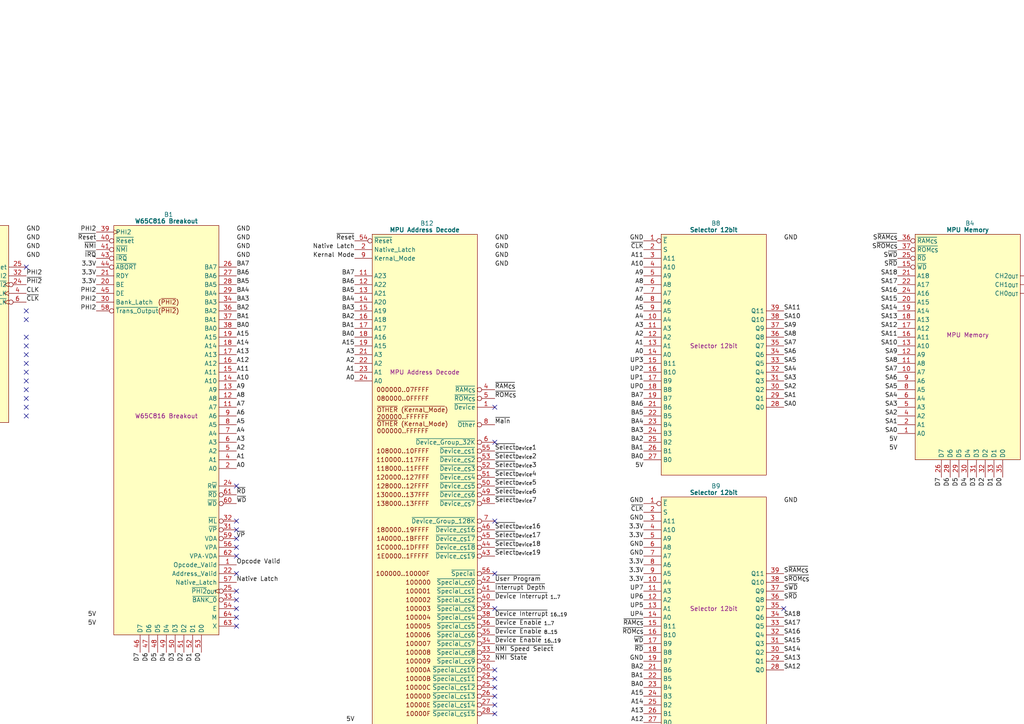
<source format=kicad_sch>
(kicad_sch (version 20230121) (generator eeschema)
  (paper "A4")
  (junction (at -118.11 194.31))
  (junction (at -85.09 224.79))
  (junction (at -114.3 224.79))
  (junction (at -85.09 194.31))
  (no_connect (at 662.94 87.63))
  (no_connect (at 369.57 153.67))
  (no_connect (at 68.58 166.37))
  (no_connect (at 68.58 153.67))
  (no_connect (at 444.5 115.57))
  (no_connect (at 369.57 140.97))
  (no_connect (at 143.51 176.53))
  (no_connect (at 68.58 179.07))
  (no_connect (at 227.33 176.53))
  (no_connect (at 662.94 82.55))
  (no_connect (at 68.58 176.53))
  (no_connect (at 369.57 138.43))
  (no_connect (at 662.94 92.71))
  (no_connect (at 194.31 302.26))
  (no_connect (at 68.58 171.45))
  (no_connect (at 7.62 92.71))
  (no_connect (at 7.62 77.47))
  (no_connect (at 444.5 107.95))
  (no_connect (at 194.31 287.02))
  (no_connect (at 143.51 194.31))
  (no_connect (at 369.57 156.21))
  (no_connect (at 143.51 166.37))
  (no_connect (at 7.62 110.49))
  (no_connect (at 369.57 135.89))
  (no_connect (at 444.5 113.03))
  (no_connect (at 444.5 102.87))
  (no_connect (at 444.5 110.49))
  (no_connect (at 143.51 207.01))
  (no_connect (at 7.62 113.03))
  (no_connect (at 444.5 105.41))
  (no_connect (at 143.51 151.13))
  (no_connect (at 153.67 269.24))
  (no_connect (at 7.62 97.79))
  (no_connect (at 143.51 201.93))
  (no_connect (at 68.58 151.13))
  (no_connect (at 7.62 100.33))
  (no_connect (at 7.62 90.17))
  (no_connect (at 369.57 148.59))
  (no_connect (at 68.58 181.61))
  (no_connect (at 7.62 120.65))
  (no_connect (at 7.62 115.57))
  (no_connect (at 7.62 105.41))
  (no_connect (at 369.57 151.13))
  (no_connect (at 369.57 158.75))
  (no_connect (at 194.31 309.88))
  (no_connect (at 311.15 318.77))
  (no_connect (at 444.5 100.33))
  (no_connect (at 369.57 143.51))
  (no_connect (at 143.51 196.85))
  (no_connect (at 143.51 204.47))
  (no_connect (at 143.51 128.27))
  (no_connect (at 7.62 118.11))
  (no_connect (at 7.62 107.95))
  (no_connect (at 68.58 161.29))
  (no_connect (at 369.57 146.05))
  (no_connect (at 444.5 97.79))
  (no_connect (at -88.9 229.87))
  (no_connect (at 143.51 199.39))
  (no_connect (at 68.58 140.97))
  (no_connect (at 194.31 314.96))
  (no_connect (at 662.94 95.25))
  (no_connect (at 68.58 173.99))
  (no_connect (at 68.58 158.75))
  (no_connect (at 194.31 317.5))
  (no_connect (at 194.31 299.72))
  (no_connect (at 7.62 102.87))
  (no_connect (at 143.51 118.11))
  (no_connect (at 662.94 90.17))
  (no_connect (at 68.58 156.21))
  (no_connect (at 194.31 307.34))
  (no_connect (at 369.57 128.27))
  (wire (pts (xy -88.9 224.79) (xy -85.09 224.79)))
  (wire (pts (xy -129.54 224.79) (xy -129.54 229.87)))
  (wire (pts (xy -118.11 207.01) (xy -118.11 201.93)))
  (wire (pts (xy -118.11 194.31) (xy -114.3 194.31)))
  (wire (pts (xy -85.09 194.31) (xy -78.74 194.31)))
  (wire (pts (xy -85.09 229.87) (xy -85.09 224.79)))
  (wire (pts (xy -85.09 194.31) (xy -88.9 194.31)))
  (wire (pts (xy -123.19 194.31) (xy -118.11 194.31)))
  (wire (pts (xy -85.09 201.93) (xy -85.09 207.01)))
  (wire (pts (xy -85.09 224.79) (xy -80.01 224.79)))
  (wire (pts (xy -129.54 229.87) (xy -128.27 229.87)))
  (wire (pts (xy -129.54 224.79) (xy -114.3 224.79)))
  (wire (pts (xy -114.3 224.79) (xy -114.3 227.33)))
  (label "H1" (at -170.18 284.48 0))
  (label "MA21" (at 353.06 275.59 180))
  (label "GND" (at -123.19 229.87 0))
  (label "BA1" (at 102.87 95.25 180))
  (label "A2" (at -228.6 148.59 0))
  (label "UP5" (at 186.69 176.53 180))
  (label "D2" (at 647.7 118.11 270))
  (label "A6" (at -171.45 138.43 0))
  (label "UP5" (at 369.57 85.09 0))
  (label "Native Latch" (at 68.58 168.91 0))
  (label "D4" (at 270.51 350.52 180))
  (label "A3" (at -113.03 146.05 0))
  (label "~{Reset}_{Device}17" (at -199.39 203.2 0))
  (label "GND" (at 300.99 69.85 0))
  (label "GND" (at 662.94 74.93 0))
  (label "BA6" (at 330.2 105.41 180))
  (label "D4" (at -199.39 220.98 0))
  (label "GND" (at 143.51 69.85 0))
  (label "~{WD}" (at -83.82 85.09 0))
  (label "BA7" (at 68.58 77.47 0))
  (label "A0" (at 102.87 110.49 180))
  (label "D4" (at -113.03 95.25 0))
  (label "D2" (at 285.75 138.43 270))
  (label "SA12" (at 260.35 95.25 180))
  (label "D4" (at 642.62 118.11 270))
  (label "D6" (at -199.39 90.17 0))
  (label "D0" (at 270.51 360.68 180))
  (label "D2" (at -83.82 100.33 0))
  (label "GND" (at -97.79 283.21 270))
  (label "D6" (at 501.65 151.13 270))
  (label "A1" (at -142.24 151.13 0))
  (label "A13" (at -113.03 118.11 0))
  (label "A9" (at -83.82 128.27 0))
  (label "D0" (at -199.39 231.14 0))
  (label "A5" (at -199.39 266.7 0))
  (label "H0" (at -256.54 289.56 0))
  (label "GND" (at 186.69 151.13 180))
  (label "MA12" (at 311.15 285.75 0))
  (label "5V" (at 260.35 130.81 180))
  (label "D1" (at -256.54 102.87 0))
  (label "Opcode Valid" (at 68.58 163.83 0))
  (label "GND" (at 444.5 74.93 0))
  (label "UP6" (at 369.57 82.55 0))
  (label "A14" (at 186.69 204.47 180))
  (label "UP4" (at 186.69 179.07 180))
  (label "GND" (at 143.51 72.39 0))
  (label "GND" (at 227.33 146.05 0))
  (label "GND" (at -111.76 283.21 270))
  (label "~{Reset}_{Device}19" (at -256.54 203.2 0))
  (label "MA17" (at 353.06 285.75 180))
  (label "H1" (at -113.03 158.75 0))
  (label "~{NMI State}" (at 143.51 191.77 0))
  (label "A6" (at -256.54 264.16 0))
  (label "H0" (at -170.18 289.56 0))
  (label "SA13" (at 227.33 191.77 0))
  (label "A10" (at -199.39 125.73 0))
  (label "GND" (at -142.24 161.29 0))
  (label "D3" (at 50.8 189.23 270))
  (label "~{Device Interrupt}_{ 16..19}" (at 143.51 179.07 0))
  (label "~{Enable}_{Device}4" (at 486.41 123.19 180))
  (label "MA12" (at 353.06 300.99 180))
  (label "D1" (at -113.03 102.87 0))
  (label "GND" (at -113.03 82.55 0))
  (label "GND" (at 595.63 77.47 0))
  (label "~{Enable}_{Device}16" (at -170.18 294.64 0))
  (label "GND" (at 369.57 77.47 0))
  (label "GND" (at 595.63 74.93 0))
  (label "A5" (at -256.54 140.97 0))
  (label "~{Enable}_{Device}6" (at -228.6 168.91 0))
  (label "A10" (at 68.58 110.49 0))
  (label "A13" (at 186.69 207.01 180))
  (label "~{Select}_{Device}7" (at 143.51 146.05 0))
  (label "~{Interrupt}_{Device}6" (at -228.6 166.37 0))
  (label "A0" (at -199.39 279.4 0))
  (label "D1" (at 356.87 166.37 270))
  (label "MA3" (at 311.15 308.61 0))
  (label "GND" (at 369.57 72.39 0))
  (label "SA11" (at 260.35 97.79 180))
  (label "MD3" (at 311.15 353.06 0))
  (label "D6" (at 43.18 189.23 270))
  (label "~{WD}" (at -256.54 210.82 0))
  (label "A7" (at -199.39 133.35 0))
  (label "5V" (at 270.51 323.85 180))
  (label "~{Interrupt}_{Device}7" (at -256.54 166.37 0))
  (label "MA3" (at 353.06 326.39 180))
  (label "MA11" (at 311.15 288.29 0))
  (label "A1" (at -171.45 151.13 0))
  (label "D7" (at 40.64 189.23 270))
  (label "MA2" (at 353.06 328.93 180))
  (label "D5" (at 421.64 135.89 270))
  (label "~{WD}" (at 270.51 340.36 180))
  (label "A13" (at -171.45 118.11 0))
  (label "~{Select}_{Device}1" (at -83.82 74.93 0))
  (label "A8" (at -199.39 130.81 0))
  (label "D1" (at 650.24 118.11 270))
  (label "GND" (at 143.51 74.93 0))
  (label "A13" (at -83.82 118.11 0))
  (label "A16" (at -113.03 110.49 0))
  (label "A12" (at 270.51 285.75 180))
  (label "MA8" (at 311.15 295.91 0))
  (label "H2" (at -227.33 281.94 0))
  (label "SA18" (at 227.33 179.07 0))
  (label "GND" (at 68.58 72.39 0))
  (label "S~{RD}" (at 227.33 173.99 0))
  (label "H1" (at 300.99 82.55 0))
  (label "BA0" (at 186.69 133.35 180))
  (label "A8" (at -113.03 130.81 0))
  (label "MA20" (at 353.06 278.13 180))
  (label "~{Select}_{Device}5" (at 143.51 140.97 0))
  (label "D3" (at -170.18 223.52 0))
  (label "A0" (at 68.58 135.89 0))
  (label "GND" (at -227.33 208.28 0))
  (label "12V" (at -123.19 194.31 180))
  (label "~{Interrupt}_{Device}18" (at -227.33 292.1 0))
  (label "~{Reset}_{Device}4" (at 444.5 87.63 0))
  (label "~{Enable}_{Device}5" (at 486.41 125.73 180))
  (label "5V" (at 270.51 321.31 180))
  (label "~{RD}" (at 186.69 189.23 180))
  (label "A20" (at 369.57 110.49 0))
  (label "A1" (at -170.18 276.86 0))
  (label "5V" (at 102.87 212.09 180))
  (label "D5" (at -83.82 92.71 0))
  (label "A11" (at -113.03 123.19 0))
  (label "~{Device Enable}_{ 1..7}" (at 403.86 77.47 180))
  (label "~{Interrupt}_{Device}5" (at 486.41 95.25 180))
  (label "~{Interrupt}_{Device}16" (at -170.18 292.1 0))
  (label "A11" (at -199.39 123.19 0))
  (label "BA7" (at 330.2 102.87 180))
  (label "SA5" (at 227.33 105.41 0))
  (label "GND" (at -170.18 233.68 0))
  (label "D0" (at 516.89 151.13 270))
  (label "A5" (at -171.45 140.97 0))
  (label "H1" (at -227.33 284.48 0))
  (label "A10" (at -142.24 125.73 0))
  (label "SA4" (at 260.35 115.57 180))
  (label "GND" (at -118.11 207.01 270))
  (label "GND" (at -256.54 107.95 0))
  (label "MA17" (at 311.15 273.05 0))
  (label "A6" (at -228.6 138.43 0))
  (label "H1" (at -256.54 284.48 0))
  (label "~{NMI Speed Select}" (at 554.99 77.47 180))
  (label "D0" (at -83.82 105.41 0))
  (label "D4" (at -142.24 95.25 0))
  (label "A1" (at -256.54 151.13 0))
  (label "3.3V" (at 186.69 156.21 180))
  (label "GND" (at -97.79 248.92 270))
  (label "GND" (at -85.09 207.01 270))
  (label "~{Reset}" (at 403.86 69.85 180))
  (label "CLK" (at -83.82 171.45 0))
  (label "~{RD}" (at 486.41 69.85 180))
  (label "MA9" (at 353.06 308.61 180))
  (label "~{Interrupt}_{Device}1" (at 486.41 85.09 180))
  (label "A6" (at -142.24 138.43 0))
  (label "GND" (at -227.33 233.68 0))
  (label "GND" (at -171.45 161.29 0))
  (label "D6" (at 344.17 166.37 270))
  (label "A7" (at 270.51 298.45 180))
  (label "A15" (at 270.51 278.13 180))
  (label "GND" (at 369.57 69.85 0))
  (label "MD5" (at 353.06 341.63 180))
  (label "~{Reset}" (at 102.87 69.85 180))
  (label "A16" (at -170.18 236.22 0))
  (label "GND" (at -199.39 107.95 0))
  (label "~{RD}" (at 270.51 252.73 180))
  (label "D3" (at -199.39 223.52 0))
  (label "D4" (at -170.18 220.98 0))
  (label "H2" (at -199.39 156.21 0))
  (label "A14" (at -113.03 115.57 0))
  (label "A2" (at -142.24 148.59 0))
  (label "A4" (at -228.6 143.51 0))
  (label "UP2" (at 369.57 92.71 0))
  (label "D4" (at 48.26 189.23 270))
  (label "SA11" (at 227.33 90.17 0))
  (label "A13" (at -170.18 243.84 0))
  (label "D5" (at -199.39 218.44 0))
  (label "~{Reset}_{Device}3" (at 444.5 85.09 0))
  (label "D1" (at -199.39 228.6 0))
  (label "GND" (at 662.94 72.39 0))
  (label "GND" (at 68.58 67.31 0))
  (label "3.3V" (at 622.3 92.71 180))
  (label "CLK" (at -170.18 297.18 0))
  (label "A7" (at -256.54 259.08 0))
  (label "GND" (at -227.33 261.62 0))
  (label "A3" (at -83.82 146.05 0))
  (label "CLK" (at -113.03 171.45 0))
  (label "5V" (at -129.54 224.79 180))
  (label "~{Interrupt}_{Device}3" (at 486.41 90.17 180))
  (label "A20" (at 270.51 265.43 180))
  (label "~{CLK}" (at 7.62 87.63 0))
  (label "~{PHI2}" (at 328.93 77.47 180))
  (label "A1" (at 102.87 107.95 180))
  (label "GND" (at -256.54 233.68 0))
  (label "A17" (at 369.57 118.11 0))
  (label "BA2" (at 68.58 90.17 0))
  (label "~{VP}" (at 68.58 156.21 0))
  (label "D2" (at -113.03 100.33 0))
  (label "A2" (at -83.82 148.59 0))
  (label "H2" (at -228.6 156.21 0))
  (label "~{RD}" (at -199.39 80.01 0))
  (label "A5" (at -227.33 266.7 0))
  (label "A4" (at -256.54 143.51 0))
  (label "3.3V" (at 186.69 166.37 180))
  (label "A3" (at -170.18 271.78 0))
  (label "A16" (at 270.51 275.59 180))
  (label "H2" (at -171.45 156.21 0))
  (label "UP4" (at 369.57 87.63 0))
  (label "A15" (at -142.24 113.03 0))
  (label "GND" (at 444.5 77.47 0))
  (label "GND" (at -83.82 266.7 270))
  (label "PHI2" (at 27.94 67.31 180))
  (label "D5" (at 572.77 107.95 270))
  (label "~{Main Access Slot}" (at 270.51 332.74 180))
  (label "5V" (at 403.86 128.27 180))
  (label "~{Enable}_{Device}19" (at -256.54 294.64 0))
  (label "D7" (at 270.51 342.9 180))
  (label "GND" (at -199.39 261.62 0))
  (label "~{NMI Speed Select}" (at 143.51 189.23 0))
  (label "D5" (at -256.54 218.44 0))
  (label "GND" (at 311.15 245.11 0))
  (label "PHI2" (at 7.62 80.01 0))
  (label "A4" (at -170.18 269.24 0))
  (label "GND" (at -83.82 107.95 0))
  (label "A5" (at -199.39 140.97 0))
  (label "D6" (at -256.54 215.9 0))
  (label "H1" (at -199.39 158.75 0))
  (label "GND" (at -124.46 266.7 270))
  (label "GND" (at -83.82 283.21 270))
  (label "~{Interrupt}_{Device}6" (at 486.41 97.79 180))
  (label "GND" (at -256.54 135.89 0))
  (label "12V" (at -199.39 72.39 0))
  (label "D1" (at 582.93 107.95 270))
  (label "~{Enable}_{Device}17" (at 486.41 135.89 180))
  (label "GND" (at 595.63 72.39 0))
  (label "A6" (at -199.39 138.43 0))
  (label "GND" (at -111.76 248.92 270))
  (label "A8" (at -170.18 256.54 0))
  (label "MA9" (at 311.15 293.37 0))
  (label "GND" (at -69.85 283.21 270))
  (label "D1" (at 514.35 151.13 270))
  (label "D3" (at -256.54 223.52 0))
  (label "UP2" (at 186.69 107.95 180))
  (label "MA16" (at 311.15 275.59 0))
  (label "A7" (at -170.18 259.08 0))
  (label "SA13" (at 260.35 92.71 180))
  (label "A16" (at -83.82 110.49 0))
  (label "~{Main}" (at 270.51 335.28 180))
  (label "BA0" (at 102.87 97.79 180))
  (label "A18" (at 270.51 270.51 180))
  (label "GND" (at -69.85 300.99 270))
  (label "GND" (at -170.18 287.02 0))
  (label "D4" (at -256.54 220.98 0))
  (label "GND" (at -170.18 208.28 0))
  (label "MA20" (at 311.15 265.43 0))
  (label "~{RD}" (at -227.33 205.74 0))
  (label "SA8" (at 260.35 105.41 180))
  (label "5V" (at 554.99 97.79 180))
  (label "CLK" (at -171.45 171.45 0))
  (label "A2" (at -170.18 274.32 0))
  (label "A21" (at 270.51 262.89 180))
  (label "~{Interrupt}_{Device}2" (at 486.41 87.63 180))
  (label "UP0" (at 369.57 97.79 0))
  (label "A9" (at 270.51 293.37 180))
  (label "~{RD}" (at 68.58 143.51 0))
  (label "GND" (at -227.33 287.02 0))
  (label "GND" (at -97.79 266.7 270))
  (label "M~{Main}" (at 353.06 260.35 180))
  (label "A11" (at -228.6 123.19 0))
  (label "Native Latch" (at 328.93 74.93 180))
  (label "~{Reset}" (at 554.99 69.85 180))
  (label "A12" (at -256.54 120.65 0))
  (label "A2" (at -199.39 274.32 0))
  (label "A14" (at -228.6 115.57 0))
  (label "GND" (at 300.99 77.47 0))
  (label "SA0" (at 260.35 125.73 180))
  (label "5V" (at 153.67 353.06 180))
  (label "~{Interrupt}_{Device}7" (at 486.41 100.33 180))
  (label "CLK_{IN}" (at -33.02 69.85 180))
  (label "H0" (at -142.24 163.83 0))
  (label "~{RD}" (at -113.03 80.01 0))
  (label "GND" (at -83.82 248.92 270))
  (label "S~{ROM_{CS}}" (at 260.35 72.39 180))
  (label "D3" (at -227.33 223.52 0))
  (label "BA5" (at 186.69 120.65 180))
  (label "GND" (at 143.51 77.47 0))
  (label "GND" (at 527.05 74.93 0))
  (label "D3" (at 426.72 135.89 270))
  (label "12V" (at -199.39 198.12 0))
  (label "MA8" (at 353.06 311.15 180))
  (label "A6" (at -83.82 138.43 0))
  (label "~{Interrupt}_{Device}1" (at -83.82 166.37 0))
  (label "A12" (at -227.33 246.38 0))
  (label "A19" (at 369.57 113.03 0))
  (label "A3" (at -199.39 146.05 0))
  (label "D3" (at 509.27 151.13 270))
  (label "D0" (at 652.78 118.11 270))
  (label "MA2" (at 311.15 311.15 0))
  (label "A3" (at -256.54 271.78 0))
  (label "D3" (at 577.85 107.95 270))
  (label "~{User Program}" (at 143.51 168.91 0))
  (label "MA0" (at 353.06 334.01 180))
  (label "RTI" (at 622.3 85.09 180))
  (label "GND" (at -101.6 207.01 270))
  (label "GND" (at 194.31 271.78 0))
  (label "A16" (at -199.39 110.49 0))
  (label "D1" (at -256.54 228.6 0))
  (label "BA1" (at 186.69 130.81 180))
  (label "D5" (at 346.71 166.37 270))
  (label "A12" (at -83.82 120.65 0))
  (label "A8" (at -227.33 256.54 0))
  (label "M~{WD}" (at 353.06 265.43 180))
  (label "~{Select}_{Device}6" (at 143.51 143.51 0))
  (label "5V" (at 622.3 107.95 180))
  (label "~{Select}_{Device}2" (at -113.03 74.93 0))
  (label "GND" (at -199.39 135.89 0))
  (label "D5" (at -171.45 92.71 0))
  (label "~{Select}_{Device}3" (at -142.24 74.93 0))
  (label "SA14" (at 260.35 90.17 180))
  (label "A1" (at -113.03 151.13 0))
  (label "A4" (at -256.54 269.24 0))
  (label "D4" (at 575.31 107.95 270))
  (label "H1" (at -171.45 158.75 0))
  (label "A3" (at -171.45 146.05 0))
  (label "D5" (at 504.19 151.13 270))
  (label "GND" (at 194.31 276.86 0))
  (label "A12" (at -113.03 120.65 0))
  (label "12V" (at -171.45 72.39 0))
  (label "~{Select}_{Device}6" (at -228.6 74.93 0))
  (label "GND" (at 186.69 69.85 180))
  (label "GND" (at 7.62 72.39 0))
  (label "A19" (at 270.51 267.97 180))
  (label "D4" (at 349.25 166.37 270))
  (label "A6" (at -227.33 264.16 0))
  (label "5V" (at 270.51 370.84 180))
  (label "MD5" (at 311.15 347.98 0))
  (label "GND" (at 622.3 105.41 180))
  (label "3.3V" (at -80.01 224.79 0))
  (label "BA4" (at 68.58 85.09 0))
  (label "GND" (at 353.06 267.97 180))
  (label "~{RD}" (at -256.54 80.01 0))
  (label "GND" (at 7.62 67.31 0))
  (label "~{RAM_{CS}}" (at 186.69 181.61 180))
  (label "GND" (at -256.54 161.29 0))
  (label "MA22" (at 353.06 273.05 180))
  (label "~{Reset}_{Device}4" (at -171.45 77.47 0))
  (label "A8" (at -171.45 130.81 0))
  (label "3.3V" (at 27.94 80.01 180))
  (label "~{WD}" (at -142.24 85.09 0))
  (label "5V" (at 328.93 156.21 180))
  (label "A9" (at -227.33 254 0))
  (label "H0" (at -256.54 163.83 0))
  (label "A1" (at -83.82 151.13 0))
  (label "H2" (at -199.39 281.94 0))
  (label "~{Select}_{Device}17" (at -199.39 200.66 0))
  (label "A10" (at -199.39 251.46 0))
  (label "GND" (at 186.69 161.29 180))
  (label "3.3V" (at 622.3 95.25 180))
  (label "PHI2" (at 27.94 90.17 180))
  (label "A11" (at -256.54 123.19 0))
  (label "GND" (at 311.15 337.82 0))
  (label "A12" (at -142.24 120.65 0))
  (label "A4" (at -199.39 143.51 0))
  (label "~{WD}" (at -227.33 210.82 0))
  (label "MA16" (at 353.06 288.29 180))
  (label "D0" (at -113.03 105.41 0))
  (label "BA7" (at 186.69 115.57 180))
  (label "A0" (at -142.24 153.67 0))
  (label "~{Enable}_{Device}3" (at -142.24 168.91 0))
  (label "D1" (at 55.88 189.23 270))
  (label "3.3V" (at 186.69 153.67 180))
  (label "~{Interrupt}_{Device}5" (at -199.39 166.37 0))
  (label "D3" (at 351.79 166.37 270))
  (label "12V" (at -228.6 72.39 0))
  (label "D7" (at -256.54 213.36 0))
  (label "A2" (at 102.87 105.41 180))
  (label "~{Select}_{Device}4" (at -171.45 74.93 0))
  (label "GND" (at -170.18 261.62 0))
  (label "5V" (at 328.93 158.75 180))
  (label "SA1" (at 227.33 115.57 0))
  (label "UP1" (at 186.69 110.49 180))
  (label "A14" (at -142.24 115.57 0))
  (label "A2" (at -199.39 148.59 0))
  (label "H0" (at -113.03 163.83 0))
  (label "GND" (at 68.58 74.93 0))
  (label "MD0" (at 311.15 360.68 0))
  (label "MA23" (at 311.15 257.81 0))
  (label "BA5" (at 68.58 82.55 0))
  (label "GND" (at -142.24 107.95 0))
  (label "BA4" (at 102.87 87.63 180))
  (label "BA2" (at 186.69 128.27 180))
  (label "D7" (at -171.45 87.63 0))
  (label "~{Enable}_{Device}4" (at -171.45 168.91 0))
  (label "A0" (at 186.69 102.87 180))
  (label "D4" (at -227.33 220.98 0))
  (label "~{Device Interrupt}_{ 1..7}" (at 143.51 173.99 0))
  (label "S~{RAM_{CS}}" (at 227.33 166.37 0))
  (label "~{WD}" (at -199.39 85.09 0))
  (label "A4" (at 186.69 92.71 180))
  (label "GND" (at -256.54 261.62 0))
  (label "A15" (at 102.87 100.33 180))
  (label "~{Select}_{Device}17" (at 143.51 156.21 0))
  (label "D5" (at -256.54 92.71 0))
  (label "A2" (at 68.58 130.81 0))
  (label "GND" (at -199.39 82.55 0))
  (label "12V" (at 353.06 257.81 180))
  (label "MA15" (at 311.15 278.13 0))
  (label "GND" (at -113.03 135.89 0))
  (label "H2" (at -256.54 281.94 0))
  (label "~{Select}_{Device}7" (at -256.54 74.93 0))
  (label "GND" (at -97.79 300.99 270))
  (label "A10" (at 270.51 290.83 180))
  (label "GND" (at -113.03 107.95 0))
  (label "A0" (at -83.82 153.67 0))
  (label "CLK" (at -256.54 297.18 0))
  (label "~{WD}" (at 186.69 186.69 180))
  (label "A4" (at -227.33 269.24 0))
  (label "~{Reset}_{Device}6" (at 444.5 92.71 0))
  (label "GND" (at 300.99 72.39 0))
  (label "GND" (at -124.46 300.99 270))
  (label "D4" (at 280.67 138.43 270))
  (label "D1" (at -171.45 102.87 0))
  (label "A13" (at -227.33 243.84 0))
  (label "~{RD}" (at 270.51 337.82 180))
  (label "H2" (at -170.18 281.94 0))
  (label "H0" (at -199.39 289.56 0))
  (label "GND" (at -171.45 135.89 0))
  (label "A8" (at -228.6 130.81 0))
  (label "A12" (at 186.69 209.55 180))
  (label "S~{RAM_{CS}}" (at 260.35 69.85 180))
  (label "A4" (at -113.03 143.51 0))
  (label "S~{ROM_{CS}}" (at 227.33 168.91 0))
  (label "H1" (at -199.39 284.48 0))
  (label "GND" (at -228.6 161.29 0))
  (label "A12" (at -228.6 120.65 0))
  (label "A10" (at -256.54 125.73 0))
  (label "SA7" (at 227.33 100.33 0))
  (label "MA11" (at 353.06 303.53 180))
  (label "H2" (at -142.24 156.21 0))
  (label "A11" (at -142.24 123.19 0))
  (label "GND" (at -171.45 82.55 0))
  (label "A3" (at -228.6 146.05 0))
  (label "CLK" (at -227.33 297.18 0))
  (label "~{Select}_{Device}16" (at -170.18 200.66 0))
  (label "~{RD}" (at -199.39 205.74 0))
  (label "3.3V" (at -33.02 72.39 180))
  (label "A12" (at -256.54 246.38 0))
  (label "A1" (at -228.6 151.13 0))
  (label "D0" (at 290.83 138.43 270))
  (label "GND" (at -33.02 80.01 180))
  (label "~{Main Access Slot}" (at 270.51 240.03 180))
  (label "~{Reset}_{Device}5" (at 444.5 90.17 0))
  (label "~{Main}" (at 270.51 250.19 180))
  (label "H1" (at -142.24 158.75 0))
  (label "D2" (at -199.39 226.06 0))
  (label "A6" (at 270.51 300.99 180))
  (label "D3" (at 645.16 118.11 270))
  (label "~{Reset}_{Device}17" (at 444.5 120.65 0))
  (label "D5" (at 270.51 347.98 180))
  (label "GND" (at 353.06 346.71 180))
  (label "A10" (at -170.18 251.46 0))
  (label "A2" (at -113.03 148.59 0))
  (label "D5" (at -113.03 92.71 0))
  (label "D3" (at -228.6 97.79 0))
  (label "D0" (at -171.45 105.41 0))
  (label "GND" (at -199.39 161.29 0))
  (label "GND" (at 622.3 102.87 180))
  (label "A13" (at -256.54 243.84 0))
  (label "~{CLK}" (at 186.69 148.59 180))
  (label "MA10" (at 353.06 306.07 180))
  (label "A14" (at -83.82 115.57 0))
  (label "A7" (at -171.45 133.35 0))
  (label "GND" (at -228.6 82.55 0))
  (label "H2" (at -256.54 156.21 0))
  (label "GND" (at 353.06 321.31 180))
  (label "A0" (at -171.45 153.67 0))
  (label "~{RD}" (at 622.3 72.39 180))
  (label "UP0" (at 186.69 113.03 180))
  (label "GND" (at 311.15 240.03 0))
  (label "~{Interrupt}_{Device}3" (at -142.24 166.37 0))
  (label "~{Reset}_{Device}1" (at 444.5 80.01 0))
  (label "A4" (at -199.39 269.24 0))
  (label "MD7" (at 311.15 342.9 0))
  (label "A16" (at -228.6 110.49 0))
  (label "A3" (at -227.33 271.78 0))
  (label "A14" (at -256.54 115.57 0))
  (label "MA5" (at 311.15 303.53 0))
  (label "D5" (at -170.18 218.44 0))
  (label "CLK" (at -142.24 171.45 0))
  (label "GND" (at 527.05 69.85 0))
  (label "GND" (at -113.03 161.29 0))
  (label "A9" (at 68.58 113.03 0))
  (label "SA2" (at 227.33 113.03 0))
  (label "~{Interrupt}_{Device}19" (at 486.41 110.49 180))
  (label "GND" (at -83.82 161.29 0))
  (label "D1" (at -170.18 228.6 0))
  (label "A9" (at -228.6 128.27 0))
  (label "MD3" (at 353.06 349.25 180))
  (label "~{WD}" (at 68.58 146.05 0))
  (label "~{WD}" (at -171.45 85.09 0))
  (label "A14" (at -171.45 115.57 0))
  (label "D7" (at -199.39 213.36 0))
  (label "BA1" (at 186.69 196.85 180))
  (label "~{Enable}_{Device}3" (at 486.41 120.65 180))
  (label "A12" (at -199.39 120.65 0))
  (label "MA18" (at 353.06 283.21 180))
  (label "A11" (at -83.82 123.19 0))
  (label "~{Interrupt}_{Device}17" (at 486.41 105.41 180))
  (label "A10" (at -113.03 125.73 0))
  (label "Enter Interrupt" (at 369.57 130.81 0))
  (label "GND" (at -142.24 82.55 0))
  (label "A5" (at -170.18 266.7 0))
  (label "GND" (at -228.6 107.95 0))
  (label "D7" (at 567.69 107.95 270))
  (label "~{WD}" (at 270.51 255.27 180))
  (label "D4" (at 424.18 135.89 270))
  (label "D2" (at 354.33 166.37 270))
  (label "D7" (at -83.82 87.63 0))
  (label "5V" (at -33.02 118.11 180))
  (label "D6" (at 275.59 138.43 270))
  (label "~{RAM_{CS}}" (at 143.51 113.03 0))
  (label "~{RD}" (at -83.82 80.01 0))
  (label "A9" (at -142.24 128.27 0))
  (label "MD1" (at 353.06 354.33 180))
  (label "MD4" (at 353.06 344.17 180))
  (label "H1" (at -228.6 158.75 0))
  (label "A6" (at -170.18 264.16 0))
  (label "A7" (at -142.24 133.35 0))
  (label "D5" (at -199.39 92.71 0))
  (label "SA15" (at 227.33 186.69 0))
  (label "GND" (at 311.15 332.74 0))
  (label "A7" (at -228.6 133.35 0))
  (label "5V" (at 27.94 179.07 180))
  (label "D2" (at -171.45 100.33 0))
  (label "A15" (at 68.58 97.79 0))
  (label "H0" (at -227.33 289.56 0))
  (label "D2" (at -256.54 100.33 0))
  (label "SA15" (at 260.35 87.63 180))
  (label "D3" (at -199.39 97.79 0))
  (label "~{Select}_{Device}18" (at 143.51 158.75 0))
  (label "SA1" (at 260.35 123.19 180))
  (label "SA3" (at 227.33 110.49 0))
  (label "A1" (at -199.39 151.13 0))
  (label "~{Reset}_{Device}19" (at 444.5 125.73 0))
  (label "SA10" (at 227.33 92.71 0))
  (label "D3" (at 270.51 353.06 180))
  (label "A6" (at -113.03 138.43 0))
  (label "GND" (at 527.05 72.39 0))
  (label "A2" (at 186.69 97.79 180))
  (label "H1" (at -256.54 158.75 0))
  (label "GND" (at 311.15 335.28 0))
  (label "A7" (at -227.33 259.08 0))
  (label "~{Device Enable}_{ 16..19}" (at 143.51 186.69 0))
  (label "A12" (at -171.45 120.65 0))
  (label "~{RD}" (at 554.99 72.39 180))
  (label "A14" (at 68.58 100.33 0))
  (label "SA9" (at 227.33 95.25 0))
  (label "D3" (at 283.21 138.43 270))
  (label "~{CLK}" (at 186.69 72.39 180))
  (label "A15" (at -256.54 238.76 0))
  (label "A15" (at -171.45 113.03 0))
  (label "A3" (at 270.51 308.61 180))
  (label "~{WD}" (at -199.39 210.82 0))
  (label "A15" (at -199.39 238.76 0))
  (label "GND" (at -83.82 82.55 0))
  (label "~{Reset}" (at 27.94 69.85 180))
  (label "~{Interrupt}_{Device}19" (at -256.54 292.1 0))
  (label "GND" (at 194.31 269.24 0))
  (label "UP6" (at 186.69 173.99 180))
  (label "12V" (at -113.03 72.39 0))
  (label "A4" (at -171.45 143.51 0))
  (label "12V" (at -142.24 72.39 0))
  (label "~{Device Enable}_{ 16..19}" (at 403.86 82.55 180))
  (label "A6" (at 68.58 120.65 0))
  (label "GND" (at 7.62 69.85 0))
  (label "~{PHI2}" (at 7.62 82.55 0))
  (label "MD6" (at 353.06 339.09 180))
  (label "A14" (at -170.18 241.3 0))
  (label "D2" (at -228.6 100.33 0))
  (label "CLK" (at -228.6 171.45 0))
  (label "D0" (at -256.54 105.41 0))
  (label "A13" (at 68.58 102.87 0))
  (label "SA9" (at 260.35 102.87 180))
  (label "~{Reset}_{Device}7" (at -256.54 77.47 0))
  (label "MD4" (at 311.15 350.52 0))
  (label "~{WD}" (at -170.18 210.82 0))
  (label "3.3V" (at 27.94 82.55 180))
  (label "CLK_{IN}" (at 194.31 292.1 0))
  (label "A9" (at -170.18 254 0))
  (label "~{Reset}" (at 622.3 69.85 180))
  (label "SA8" (at 227.33 97.79 0))
  (label "~{IRQ}" (at 527.05 80.01 0))
  (label "BA1" (at 68.58 92.71 0))
  (label "~{Reset}_{Device}7" (at 444.5 95.25 0))
  (label "GND" (at 311.15 247.65 0))
  (label "UP7" (at 186.69 171.45 180))
  (label "~{Enable}_{Device}1" (at 486.41 115.57 180))
  (label "A10" (at -83.82 125.73 0))
  (label "S~{WD}" (at 260.35 74.93 180))
  (label "GND" (at 369.57 74.93 0))
  (label "GND" (at -228.6 135.89 0))
  (label "~{Enable}_{Device}2" (at -113.03 168.91 0))
  (label "~{Reset}_{Device}3" (at -142.24 77.47 0))
  (label "Native Latch" (at 102.87 72.39 180))
  (label "D4" (at -83.82 95.25 0))
  (label "A14" (at 270.51 280.67 180))
  (label "~{Interrupt}_{Device}2" (at -113.03 166.37 0))
  (label "GND" (at 662.94 77.47 0))
  (label "A23" (at 369.57 102.87 0))
  (label "~{WD}" (at 328.93 85.09 180))
  (label "CLK" (at 7.62 85.09 0))
  (label "~{Select}_{Device}16" (at 143.51 153.67 0))
  (label "~{Interrupt}_{Device}4" (at 486.41 92.71 180))
  (label "A5" (at 186.69 90.17 180))
  (label "UP7" (at 369.57 80.01 0))
  (label "A6" (at -256.54 138.43 0))
  (label "~{Device Interrupt}_{ 16..19}" (at 486.41 74.93 180))
  (label "~{Select}_{Device}5" (at -199.39 74.93 0))
  (label "A9" (at 186.69 80.01 180))
  (label "A15" (at -83.82 113.03 0))
  (label "A5" (at -142.24 140.97 0))
  (label "~{Timer}" (at 595.63 80.01 0))
  (label "BA5" (at 330.2 107.95 180))
  (label "A3" (at -199.39 271.78 0))
  (label "D3" (at -83.82 97.79 0))
  (label "A7" (at 68.58 118.11 0))
  (label "A23" (at 270.51 257.81 180))
  (label "3.3V" (at 622.3 97.79 180))
  (label "~{Enable}_{Device}1" (at -83.82 168.91 0))
  (label "GND" (at -124.46 283.21 270))
  (label "A11" (at -171.45 123.19 0))
  (label "MA6" (at 353.06 316.23 180))
  (label "D1" (at -142.24 102.87 0))
  (label "UP3" (at 369.57 90.17 0))
  (label "~{Reset}" (at 194.31 284.48 0))
  (label "A0" (at -227.33 279.4 0))
  (label "5V" (at 27.94 181.61 180))
  (label "GND" (at 68.58 69.85 0))
  (label "A3" (at -142.24 146.05 0))
  (label "GND" (at -256.54 287.02 0))
  (label "A10" (at -228.6 125.73 0))
  (label "A8" (at -83.82 130.81 0))
  (label "5V" (at 260.35 128.27 180))
  (label "D6" (at -113.03 90.17 0))
  (label "MD1" (at 311.15 358.14 0))
  (label "A1" (at -227.33 276.86 0))
  (label "~{Main}" (at 143.51 123.19 0))
  (label "A16" (at -171.45 110.49 0))
  (label "D2" (at -170.18 226.06 0))
  (label "~{IRQ}" (at 27.94 74.93 180))
  (label "D3" (at -142.24 97.79 0))
  (label "5V" (at 186.69 135.89 180))
  (label "A7" (at -256.54 133.35 0))
  (label "~{Device Enable}_{ 8..15}" (at 143.51 184.15 0))
  (label "A1" (at -256.54 276.86 0))
  (label "D2" (at 580.39 107.95 270))
  (label "CLK" (at -199.39 171.45 0))
  (label "D7" (at 341.63 166.37 270))
  (label "~{Timer}" (at 622.3 90.17 180))
  (label "D6" (at -170.18 215.9 0))
  (label "5V" (at 186.69 212.09 180))
  (label "A11" (at -256.54 248.92 0))
  (label "~{ROM_{CS}}" (at 186.69 184.15 180))
  (label "D6" (at -199.39 215.9 0))
  (label "GND" (at -142.24 135.89 0))
  (label "A21" (at 369.57 107.95 0))
  (label "D6" (at -256.54 90.17 0))
  (label "5V" (at 554.99 100.33 180))
  (label "BA4" (at 186.69 123.19 180))
  (label "~{Select}_{Device}19" (at 143.51 161.29 0))
  (label "5V" (at 403.86 125.73 180))
  (label "MA4" (at 353.06 323.85 180))
  (label "D0" (at 434.34 135.89 270))
  (label "A10" (at -256.54 251.46 0))
  (label "A16" (at 369.57 120.65 0))
  (label "BA3" (at 102.87 90.17 180))
  (label "UP1" (at 369.57 95.25 0))
  (label "D5" (at 640.08 118.11 270))
  (label "D0" (at -228.6 105.41 0))
  (label "A9" (at -199.39 254 0))
  (label "A16" (at -256.54 110.49 0))
  (label "CLK" (at 403.86 74.93 180))
  (label "~{VP}" (at 328.93 69.85 180))
  (label "A5" (at -256.54 266.7 0))
  (label "12V" (at -227.33 198.12 0))
  (label "A15" (at 186.69 201.93 180))
  (label "CLK" (at -199.39 297.18 0))
  (label "D6" (at 270.51 345.44 180))
  (label "A11" (at 270.51 288.29 180))
  (label "MD6" (at 311.15 345.44 0))
  (label "S~{RD}" (at 260.35 77.47 180))
  (label "~{Enable}_{Device}2" (at 486.41 118.11 180))
  (label "5V" (at 270.51 368.3 180))
  (label "GND" (at -69.85 266.7 270))
  (label "SA16" (at 227.33 184.15 0))
  (label "MA1" (at 311.15 313.69 0))
  (label "A8" (at 270.51 295.91 180))
  (label "D5" (at 278.13 138.43 270))
  (label "A15" (at -170.18 238.76 0))
  (label "GND" (at 186.69 191.77 180))
  (label "D7" (at -170.18 213.36 0))
  (label "5V" (at -78.74 194.31 0))
  (label "A12" (at 68.58 105.41 0))
  (label "BA2" (at 186.69 194.31 180))
  (label "MA18" (at 311.15 270.51 0))
  (label "MD2" (at 311.15 355.6 0))
  (label "~{Interrupt}_{Device}18" (at 486.41 107.95 180))
  (label "D7" (at -256.54 87.63 0))
  (label "MA5" (at 353.06 318.77 180))
  (label "GND" (at -199.39 233.68 0))
  (label "GND" (at -138.43 266.7 270))
  (label "~{Enable}_{Device}6" (at 486.41 128.27 180))
  (label "D4" (at -199.39 95.25 0))
  (label "~{Interrupt}_{Device}4" (at -171.45 166.37 0))
  (label "MA23" (at 353.06 270.51 180))
  (label "A7" (at -83.82 133.35 0))
  (label "A9" (at -256.54 254 0))
  (label "D1" (at 288.29 138.43 270))
  (label "D6" (at -228.6 90.17 0))
  (label "M~{WD}" (at 311.15 255.27 0))
  (label "GND" (at 662.94 69.85 0))
  (label "~{Device Enable}_{ 16..19}" (at 486.41 80.01 180))
  (label "D7" (at -142.24 87.63 0))
  (label "A0" (at -199.39 153.67 0))
  (label "D7" (at -228.6 87.63 0))
  (label "~{Enable}_{Device}7" (at -256.54 168.91 0))
  (label "A8" (at -142.24 130.81 0))
  (label "MA7" (at 311.15 298.45 0))
  (label "A16" (at -142.24 110.49 0))
  (label "D4" (at -228.6 95.25 0))
  (label "D2" (at 429.26 135.89 270))
  (label "D3" (at -171.45 97.79 0))
  (label "D7" (at -227.33 213.36 0))
  (label "GND" (at -69.85 248.92 270))
  (label "D5" (at -142.24 92.71 0))
  (label "~{Interrupt}_{Device}16" (at 486.41 102.87 180))
  (label "A7" (at -199.39 259.08 0))
  (label "SA17" (at 260.35 82.55 180))
  (label "A10" (at -227.33 251.46 0))
  (label "D5" (at -228.6 92.71 0))
  (label "D2" (at -227.33 226.06 0))
  (label "~{Reset}_{Device}2" (at 444.5 82.55 0))
  (label "SA3" (at 260.35 118.11 180))
  (label "MD0" (at 353.06 356.87 180))
  (label "D0" (at -199.39 105.41 0))
  (label "12V" (at -256.54 72.39 0))
  (label "~{Device Interrupt}_{ 1..7}" (at 486.41 72.39 180))
  (label "MA14" (at 353.06 295.91 180))
  (label "~{RD}" (at -170.18 205.74 0))
  (label "BA5" (at 102.87 85.09 180))
  (label "D7" (at 416.56 135.89 270))
  (label "~{WD}" (at -113.03 85.09 0))
  (label "GND" (at -256.54 208.28 0))
  (label "A4" (at -142.24 143.51 0))
  (label "GND" (at 194.31 274.32 0))
  (label "MA13" (at 353.06 298.45 180))
  (label "MA7" (at 353.06 313.69 180))
  (label "A8" (at 68.58 115.57 0))
  (label "BA7" (at 102.87 80.01 180))
  (label "A3" (at 102.87 102.87 180))
  (label "BA6" (at 102.87 82.55 180))
  (label "~{RD}" (at -142.24 80.01 0))
  (label "~{Reset}_{Device}18" (at -227.33 203.2 0))
  (label "SA5" (at 260.35 113.03 180))
  (label "GND" (at 353.06 293.37 180))
  (label "MA19" (at 353.06 280.67 180))
  (label "D2" (at -256.54 226.06 0))
  (label "GND" (at 270.51 318.77 180))
  (label "SA16" (at 260.35 85.09 180))
  (label "A14" (at -199.39 115.57 0))
  (label "D0" (at -256.54 231.14 0))
  (label "~{Reset}_{Device}16" (at 444.5 118.11 0))
  (label "MA14" (at 311.15 280.67 0))
  (label "GND" (at -199.39 208.28 0))
  (label "A2" (at -227.33 274.32 0))
  (label "A13" (at -142.24 118.11 0))
  (label "D0" (at -227.33 231.14 0))
  (label "H1" (at -33.02 85.09 180))
  (label "D2" (at -142.24 100.33 0))
  (label "~{Interrupt Depth}" (at 328.93 92.71 180))
  (label "A17" (at 270.51 273.05 180))
  (label "~{RD}" (at -171.45 80.01 0))
  (label "12V" (at -170.18 198.12 0))
  (label "~{Select}_{Device}4" (at 143.51 138.43 0))
  (label "D1" (at -83.82 102.87 0))
  (label "~{WD}" (at 403.86 72.39 180))
  (label "A11" (at -199.39 248.92 0))
  (label "MA22" (at 311.15 260.35 0))
  (label "SA14" (at 227.33 189.23 0))
  (label "~{ROM_{CS}}" (at 143.51 115.57 0))
  (label "A7" (at 186.69 85.09 180))
  (label "A8" (at -256.54 256.54 0))
  (label "D3" (at -113.03 97.79 0))
  (label "A0" (at -256.54 153.67 0))
  (label "A3" (at 68.58 128.27 0))
  (label "12V" (at -256.54 198.12 0))
  (label "A2" (at -256.54 148.59 0))
  (label "GND" (at -83.82 135.89 0))
  (label "D4" (at -256.54 95.25 0))
  (label "M~{RD}" (at 311.15 252.73 0))
  (label "GND" (at 311.15 242.57 0))
  (label "PHI2" (at 27.94 87.63 180))
  (label "D7" (at -113.03 87.63 0))
  (label "D7" (at 635 118.11 270))
  (label "~{NMI}" (at 27.94 72.39 180))
  (label "~{Device Enable}_{ 1..7}" (at 486.41 77.47 180))
  (label "A5" (at -83.82 140.97 0))
  (label "MA6" (at 311.15 300.99 0))
  (label "D7" (at 273.05 138.43 270))
  (label "H0" (at -33.02 87.63 180))
  (label "BA3" (at 330.2 113.03 180))
  (label "D2" (at 511.81 151.13 270))
  (label "~{Select}_{Device}19" (at -256.54 200.66 0))
  (label "D5" (at 45.72 189.23 270))
  (label "~{WD}" (at 622.3 74.93 180))
  (label "D6" (at -227.33 215.9 0))
  (label "MA19" (at 311.15 267.97 0))
  (label "BA1" (at 330.2 118.11 180))
  (label "A14" (at -199.39 241.3 0))
  (label "A0" (at -113.03 153.67 0))
  (label "A1" (at 186.69 100.33 180))
  (label "RTI" (at 369.57 133.35 0))
  (label "~{Device Enable}_{ 8..15}" (at 403.86 80.01 180))
  (label "A0" (at -228.6 153.67 0))
  (label "A11" (at 186.69 74.93 180))
  (label "A15" (at -256.54 113.03 0))
  (label "GND" (at 186.69 146.05 180))
  (label "A15" (at -227.33 238.76 0))
  (label "D1" (at 431.8 135.89 270))
  (label "A5" (at -113.03 140.97 0))
  (label "A3" (at -256.54 146.05 0))
  (label "A14" (at -256.54 241.3 0))
  (label "SA4" (at 227.33 107.95 0))
  (label "A15" (at -199.39 113.03 0))
  (label "~{Device Enable}_{ 1..7}" (at 143.51 181.61 0))
  (label "D4" (at -171.45 95.25 0))
  (label "H0" (at -83.82 163.83 0))
  (label "D6" (at 570.23 107.95 270))
  (label "PHI2" (at 27.94 85.09 180))
  (label "BA6" (at 68.58 80.01 0))
  (label "A15" (at -113.03 113.03 0))
  (label "D1" (at -228.6 102.87 0))
  (label "GND" (at -256.54 82.55 0))
  (label "GND" (at -111.76 266.7 270))
  (label "BA0" (at 68.58 95.25 0))
  (label "CLK" (at -256.54 171.45 0))
  (label "D1" (at 270.51 358.14 180))
  (label "H1" (at -83.82 158.75 0))
  (label "~{RD}" (at -228.6 80.01 0))
  (label "D2" (at -199.39 100.33 0))
  (label "A5" (at -228.6 140.97 0))
  (label "D6" (at -171.45 90.17 0))
  (label "H2" (at -33.02 82.55 180))
  (label "~{Interrupt Depth}" (at 143.51 171.45 0))
  (label "5V" (at 486.41 143.51 180))
  (label "D1" (at -199.39 102.87 0))
  (label "D2" (at 53.34 189.23 270))
  (label "A13" (at -199.39 243.84 0))
  (label "D6" (at -83.82 90.17 0))
  (label "D0" (at -142.24 105.41 0))
  (label "BA4" (at 330.2 110.49 180))
  (label "A18" (at 369.57 115.57 0))
  (label "D0" (at 58.42 189.23 270))
  (label "A0" (at -170.18 279.4 0))
  (label "A9" (at -171.45 128.27 0))
  (label "~{Reset}_{Device}16" (at -170.18 203.2 0))
  (label "A1" (at 270.51 313.69 180))
  (label "MA10" (at 311.15 290.83 0))
  (label "GND" (at -138.43 283.21 270))
  (label "~{User Program}" (at 328.93 90.17 180))
  (label "A6" (at 186.69 87.63 180))
  (label "BA3" (at 186.69 125.73 180))
  (label "12V" (at -83.82 72.39 0))
  (label "5V" (at -33.02 120.65 180))
  (label "GND" (at 595.63 69.85 0))
  (label "D0" (at -170.18 231.14 0))
  (label "GND" (at 227.33 69.85 0))
  (label "A12" (at -170.18 246.38 0))
  (label "GND" (at -111.76 300.99 270))
  (label "H2" (at -83.82 156.21 0))
  (label "~{Enable}_{Device}17" (at -199.39 294.64 0))
  (label "GND" (at -114.3 229.87 180))
  (label "A16" (at -256.54 236.22 0))
  (label "~{Enable}_{Device}19" (at 486.41 140.97 180))
  (label "MA21" (at 311.15 262.89 0))
  (label "D1" (at -227.33 228.6 0))
  (label "H2" (at 300.99 80.01 0))
  (label "GND" (at 300.99 74.93 0))
  (label "3.3V" (at 27.94 77.47 180))
  (label "H0" (at -199.39 163.83 0))
  (label "S~{WD}" (at 227.33 171.45 0))
  (label "Kernal Mode" (at 102.87 74.93 180))
  (label "A16" (at -227.33 236.22 0))
  (label "D2" (at 270.51 355.6 180))
  (label "A2" (at -256.54 274.32 0))
  (label "A2" (at 270.51 311.15 180))
  (label "D7" (at -199.39 87.63 0))
  (label "Enter Interrupt" (at 622.3 82.55 180))
  (label "A7" (at -113.03 133.35 0))
  (label "~{Enable}_{Device}18" (at 486.41 138.43 180))
  (label "GND" (at 186.69 158.75 180))
  (label "GND" (at -199.39 287.02 0))
  (label "A11" (at -170.18 248.92 0))
  (label "~{Select}_{Device}3" (at 143.51 135.89 0))
  (label "A8" (at 186.69 82.55 180))
  (label "BA3" (at 68.58 87.63 0))
  (label "D0" (at 359.41 166.37 270))
  (label "A13" (at -228.6 118.11 0))
  (label "H0" (at 300.99 85.09 0))
  (label "A4" (at 68.58 125.73 0))
  (label "~{WD}" (at -228.6 85.09 0))
  (label "GND" (at 194.31 279.4 0))
  (label "3.3V" (at -33.02 74.93 180))
  (label "A13" (at 270.51 283.21 180))
  (label "~{Enable}_{Device}5" (at -199.39 168.91 0))
  (label "A1" (at 68.58 133.35 0))
  (label "GND" (at 444.5 72.39 0))
  (label "M~{RD}" (at 353.06 262.89 180))
  (label "A0" (at 270.51 316.23 180))
  (label "A22" (at 369.57 105.41 0))
  (label "A4" (at -83.82 143.51 0))
  (label "~{WD}" (at 554.99 74.93 180))
  (label "SA0" (at 227.33 118.11 0))
  (label "5V" (at 102.87 209.55 180))
  (label "~{WD}" (at -256.54 85.09 0))
  (label "~{Reset}_{Device}1" (at -83.82 77.47 0))
  (label "A6" (at -199.39 264.16 0))
  (label "A13" (at -256.54 118.11 0))
  (label "H2" (at -113.03 156.21 0))
  (label "GND" (at 444.5 69.85 0))
  (label "SA12" (at 227.33 194.31 0))
  (label "~{Main Access Slot}" (at 194.31 294.64 0))
  (label "SA6" (at 227.33 102.87 0))
  (label "CLK" (at 554.99 80.01 180))
  (label "~{RD}" (at 328.93 82.55 180))
  (label "M~{Main}" (at 311.15 250.19 0))
  (label "GND" (at -138.43 300.99 270))
  (label "A10" (at -171.45 125.73 0))
  (label "MD7" (at 353.06 336.55 180))
  (label "~{Select}_{Device}2" (at 143.51 133.35 0))
  (label "~{Enable}_{Device}7" (at 486.41 130.81 180))
  (label "3.3V" (at 186.69 168.91 180))
  (label "A15" (at -228.6 113.03 0))
  (label "A5" (at 270.51 303.53 180))
  (label "SA7" (at 260.35 107.95 180))
  (label "MA1" (at 353.06 331.47 180))
  (label "A9" (at -113.03 128.27 0))
  (label "D4" (at 506.73 151.13 270))
  (label "A9" (at -256.54 128.27 0))
  (label "~{Select}_{Device}18" (at -227.33 200.66 0))
  (label "A8" (at -199.39 256.54 0))
  (label "H0" (at -228.6 163.83 0))
  (label "A14" (at -227.33 241.3 0))
  (label "D6" (at 419.1 135.89 270))
  (label "GND" (at -83.82 300.99 270))
  (label "A22" (at 270.51 260.35 180))
  (label "A13" (at -199.39 118.11 0))
  (label "5V" (at 622.3 110.49 180))
  (label "D6" (at 637.54 118.11 270))
  (label "D0" (at 585.47 107.95 270))
  (label "GND" (at 311.15 340.36 0))
  (label "BA6" (at 186.69 118.11 180))
  (label "~{NMI}" (at 662.94 80.01 0))
  (label "A4" (at 270.51 306.07 180))
  (label "SA18" (at 260.35 80.01 180))
  (label "~{Select}_{Device}1" (at 143.51 130.81 0))
  (label "BA2" (at 330.2 115.57 180))
  (label "A5" (at 68.58 123.19 0))
  (label "~{Reset}_{Device}2" (at -113.03 77.47 0))
  (label "MA15" (at 353.06 290.83 180))
  (label "A3" (at 186.69 95.25 180))
  (label "D3" (at -256.54 97.79 0))
  (label "BA0" (at 186.69 199.39 180))
  (label "5V" (at 153.67 355.6 180))
  (label "A12" (at -199.39 246.38 0))
  (label "GND" (at -80.01 229.87 0))
  (label "MA4" (at 311.15 306.07 0))
  (label "~{RD}" (at -256.54 205.74 0))
  (label "A0" (at -256.54 279.4 0))
  (label "GND" (at 7.62 74.93 0))
  (label "3.3V" (at 186.69 163.83 180))
  (label "A16" (at -199.39 236.22 0))
  (label "A11" (at -227.33 248.92 0))
  (label "A9" (at -199.39 128.27 0))
  (label "SA10" (at 260.35 100.33 180))
  (label "H0" (at -171.45 163.83 0))
  (label "~{Reset}_{Device}5" (at -199.39 77.47 0))
  (label "~{Enable}_{Device}16" (at 486.41 133.35 180))
  (label "Opcode Valid" (at 328.93 72.39 180))
  (label "~{Enable}_{Device}18" (at -227.33 294.64 0))
  (label "A8" (at -256.54 130.81 0))
  (label "~{Reset}_{Device}6" (at -228.6 77.47 0))
  (label "Kernal Mode" (at 369.57 125.73 0))
  (label "A11" (at 68.58 107.95 0))
  (label "UP3" (at 186.69 105.41 180))
  (label "D6" (at -142.24 90.17 0))
  (label "A2" (at -171.45 148.59 0))
  (label "~{Interrupt}_{Device}17" (at -199.39 292.1 0))
  (label "~{Reset}" (at -33.02 67.31 180))
  (label "MA0" (at 311.15 316.23 0))
  (label "MA13" (at 311.15 283.21 0))
  (label "A1" (at -199.39 276.86 0))
  (label "BA0" (at 330.2 120.65 180))
  (label "SA17" (at 227.33 181.61 0))
  (label "D5" (at -227.33 218.44 0))
  (label "A10" (at 186.69 77.47 180))
  (label "SA6" (at 260.35 110.49 180))
  (label "D7" (at 499.11 151.13 270))
  (label "BA2" (at 102.87 92.71 180))
  (label "SA2" (at 260.35 120.65 180))
  (label "~{Reset}_{Device}18" (at 444.5 123.19 0))
  (label "~{NMI State}" (at 622.3 77.47 180))
  (label "MD2" (at 353.06 351.79 180))
  (label "GND" (at -171.45 107.95 0))
  (symbol (lib_id "HCP65:MountingHole_Pad") (at -69.85 246.38 0) (unit 1)
    (property "Reference" "H6" (at -69.85 241.935 0))
    (property "Value" "MountingHole_Pad" (effects hide))
    (property "Footprint" "HCP65_Parts:HCP65_MountingHole_M3_" (effects hide))
  )
  (symbol (lib_id "Connector:Conn_01x40_Socket") (at -118.11 120.65 0) (mirror y) (unit 1)
    (property "Reference" "J2" (at -118.11 69.85 0))
    (property "Value" "Conn_01x40_Socket" (at -118.11 173.99 0))
    (property "Footprint" "Connector_PinSocket_2.54mm:PinSocket_1x40_P2.54mm_Vertical" (effects hide))
  )
  (symbol (lib_id "HCP65:MountingHole_Pad") (at -111.76 264.16 0) (unit 1)
    (property "Reference" "H9" (at -111.76 259.715 0))
    (property "Value" "MountingHole_Pad" (effects hide))
    (property "Footprint" "HCP65_Parts:HCP65_MountingHole_M3_" (effects hide))
  )
  (symbol (lib_id "HCP65:Kernal_Mode") (at 334.01 69.85 0) (unit 1)
    (property "Reference" "B5" (at 349.885 64.77 0))
    (property "Value" "Kernal Mode" (at 349.25 66.675 0) (effects (font bold)))
    (property "Footprint" "HCP65_Parts:HCP65_Kernal_Mode" (effects hide))
    (property "Silkscreen" "Kernal Mode" (effects hide))
    (property "Description" "Kernal Mode" (at 349.25 100.33 0))
  )
  (symbol (lib_id "HCP65:MountingHole_Pad") (at -111.76 280.67 0) (unit 1)
    (property "Reference" "H15" (at -111.76 276.225 0))
    (property "Value" "MountingHole_Pad" (effects hide))
    (property "Footprint" "HCP65_Parts:HCP65_MountingHole_M3_" (effects hide))
  )
  (symbol (lib_id "HCP65:MountingHole_Pad") (at -111.76 246.38 0) (unit 1)
    (property "Reference" "H3" (at -111.76 241.935 0))
    (property "Value" "MountingHole_Pad" (effects hide))
    (property "Footprint" "HCP65_Parts:HCP65_MountingHole_M3_" (effects hide))
  )
  (symbol (lib_id "HCP65:MountingHole_Pad") (at -111.76 298.45 0) (unit 1)
    (property "Reference" "H21" (at -111.76 294.005 0))
    (property "Value" "MountingHole_Pad" (effects hide))
    (property "Footprint" "HCP65_Parts:HCP65_MountingHole_M3_" (effects hide))
  )
  (symbol (lib_id "Connector:Conn_01x40_Socket") (at -261.62 246.38 0) (mirror y) (unit 1)
    (property "Reference" "J7" (at -261.62 195.58 0))
    (property "Value" "Conn_01x40_Socket" (at -261.62 299.72 0))
    (property "Footprint" "Connector_PinSocket_2.54mm:PinSocket_1x40_P2.54mm_Vertical" (effects hide))
  )
  (symbol (lib_id "HCP65:MountingHole_Pad") (at -124.46 264.16 0) (unit 1)
    (property "Reference" "H8" (at -124.46 259.715 0))
    (property "Value" "MountingHole_Pad" (effects hide))
    (property "Footprint" "HCP65_Parts:HCP65_MountingHole_M3_" (effects hide))
  )
  (symbol (lib_id "HCP65:MountingHole_Pad") (at -138.43 264.16 0) (unit 1)
    (property "Reference" "H7" (at -138.43 259.715 0))
    (property "Value" "MountingHole_Pad" (effects hide))
    (property "Footprint" "HCP65_Parts:HCP65_MountingHole_M3_" (effects hide))
  )
  (symbol (lib_id "Connector:Conn_01x40_Socket") (at -204.47 120.65 0) (mirror y) (unit 1)
    (property "Reference" "J6" (at -204.47 69.85 0))
    (property "Value" "Conn_01x40_Socket" (at -204.47 173.99 0))
    (property "Footprint" "Connector_PinSocket_2.54mm:PinSocket_1x40_P2.54mm_Vertical" (effects hide))
  )
  (symbol (lib_id "Connector:Conn_01x40_Socket") (at -233.68 120.65 0) (mirror y) (unit 1)
    (property "Reference" "J5" (at -233.68 69.85 0))
    (property "Value" "Conn_01x40_Socket" (at -233.68 173.99 0))
    (property "Footprint" "Connector_PinSocket_2.54mm:PinSocket_1x40_P2.54mm_Vertical" (effects hide))
  )
  (symbol (lib_id "Connector:Conn_01x40_Socket") (at 358.14 306.07 0) (unit 1)
    (property "Reference" "J13" (at 358.14 255.27 0))
    (property "Value" "Conn_01x40_Socket" (at 358.14 359.41 0))
    (property "Footprint" "Connector_PinSocket_2.54mm:PinSocket_1x40_P2.54mm_Vertical" (effects hide))
  )
  (symbol (lib_id "HCP65:MountingHole_Pad") (at -97.79 280.67 0) (unit 1)
    (property "Reference" "H16" (at -97.79 276.225 0))
    (property "Value" "MountingHole_Pad" (effects hide))
    (property "Footprint" "HCP65_Parts:HCP65_MountingHole_M3_" (effects hide))
  )
  (symbol (lib_id "HCP65:Selector_12bit") (at 191.77 69.85 0) (unit 1)
    (property "Reference" "B8" (at 207.645 64.77 0))
    (property "Value" "Selector 12bit" (at 207.01 66.675 0) (effects (font bold)))
    (property "Footprint" "HCP65_Parts:HCP65_Selector_12bit" (effects hide))
    (property "Silkscreen" "Selector 12bit" (effects hide))
    (property "Description" "Selector 12bit" (at 207.01 100.33 0))
  )
  (symbol (lib_id "HCP65:MountingHole_Pad") (at -97.79 246.38 0) (unit 1)
    (property "Reference" "H4" (at -97.79 241.935 0))
    (property "Value" "MountingHole_Pad" (effects hide))
    (property "Footprint" "HCP65_Parts:HCP65_MountingHole_M3_" (effects hide))
  )
  (symbol (lib_id "Connector:Conn_01x40_Socket") (at -175.26 246.38 0) (mirror y) (unit 1)
    (property "Reference" "J10" (at -175.26 195.58 0))
    (property "Value" "Conn_01x40_Socket" (at -175.26 299.72 0))
    (property "Footprint" "Connector_PinSocket_2.54mm:PinSocket_1x40_P2.54mm_Vertical" (effects hide))
  )
  (symbol (lib_id "Connector:Conn_01x40_Socket") (at -147.32 120.65 0) (mirror y) (unit 1)
    (property "Reference" "J4" (at -147.32 69.85 0))
    (property "Value" "Conn_01x40_Socket" (at -147.32 173.99 0))
    (property "Footprint" "Connector_PinSocket_2.54mm:PinSocket_1x40_P2.54mm_Vertical" (effects hide))
  )
  (symbol (lib_id "HCP65:MountingHole_Pad") (at -97.79 298.45 0) (unit 1)
    (property "Reference" "H22" (at -97.79 294.005 0))
    (property "Value" "MountingHole_Pad" (effects hide))
    (property "Footprint" "HCP65_Parts:HCP65_MountingHole_M3_" (effects hide))
  )
  (symbol (lib_id "HCP65:MPU_Address_Decode") (at 107.95 69.85 0) (unit 1)
    (property "Reference" "B12" (at 123.825 64.77 0))
    (property "Value" "MPU Address Decode" (at 123.19 66.675 0) (effects (font bold)))
    (property "Footprint" "HCP65_Parts:HCP65_MPU_Address_Decode" (effects hide))
    (property "Silkscreen" "MPU Address Decode" (effects hide))
    (property "Description" "MPU Address Decode" (at 123.19 107.95 0))
  )
  (symbol (lib_id "HCP65:Main_Clock_Generator") (at 158.75 269.24 0) (unit 1)
    (property "Reference" "B15" (at 174.625 264.16 0))
    (property "Value" "Main Clock Generator" (at 173.99 266.065 0) (effects (font bold)))
    (property "Footprint" "HCP65_Parts:HCP65_Clock_Generator" (effects hide))
    (property "Silkscreen" "Main Clock Generator" (effects hide))
    (property "Description" "Main Clock Generator" (at 175.26 304.8 0))
  )
  (symbol (lib_id "HCP65:MountingHole_Pad") (at -83.82 298.45 0) (unit 1)
    (property "Reference" "H23" (at -83.82 294.005 0))
    (property "Value" "MountingHole_Pad" (effects hide))
    (property "Footprint" "HCP65_Parts:HCP65_MountingHole_M3_" (effects hide))
  )
  (symbol (lib_id "Connector:Conn_01x40_Socket") (at -232.41 246.38 0) (mirror y) (unit 1)
    (property "Reference" "J8" (at -232.41 195.58 0))
    (property "Value" "Conn_01x40_Socket" (at -232.41 299.72 0))
    (property "Footprint" "Connector_PinSocket_2.54mm:PinSocket_1x40_P2.54mm_Vertical" (effects hide))
  )
  (symbol (lib_id "Connector:Conn_01x40_Socket") (at -204.47 246.38 0) (mirror y) (unit 1)
    (property "Reference" "J9" (at -204.47 195.58 0))
    (property "Value" "Conn_01x40_Socket" (at -204.47 299.72 0))
    (property "Footprint" "Connector_PinSocket_2.54mm:PinSocket_1x40_P2.54mm_Vertical" (effects hide))
  )
  (symbol (lib_id "HCP65:Main_Memory_Address") (at 275.59 240.03 0) (unit 1)
    (property "Reference" "B10" (at 291.465 234.95 0))
    (property "Value" "Main Memory Address" (at 290.83 236.855 0) (effects (font bold)))
    (property "Footprint" "HCP65_Parts:HCP65_Main_Memory_Address" (effects hide))
    (property "Silkscreen" "Main Memory Address" (effects hide))
    (property "Description" "Main Memory Address" (at 290.83 247.65 0))
  )
  (symbol (lib_id "HCP65:MountingHole_Pad") (at -69.85 264.16 0) (unit 1)
    (property "Reference" "H12" (at -69.85 259.715 0))
    (property "Value" "MountingHole_Pad" (effects hide))
    (property "Footprint" "HCP65_Parts:HCP65_MountingHole_M3_" (effects hide))
  )
  (symbol (lib_id "HCP65:C_Polarized") (at -85.09 198.12 0) (mirror y) (unit 1)
    (property "Reference" "C3" (at -81.28 199.39 90) (effects (justify left)))
    (property "Value" "C_Polarized" (effects hide))
    (property "Footprint" "Capacitor_THT:CP_Radial_D4.0mm_P2.00mm" (effects hide))
    (property "Description" "100μF" (at -85.725 200.66 0) (effects (justify left)))
  )
  (symbol (lib_id "HCP65:C_0805") (at -85.09 229.87 0) (unit 1)
    (property "Reference" "C2" (at -82.804 227.33 0))
    (property "Value" "10µF" (at -85.09 232.41 0) (effects (justify left)))
    (property "Footprint" "SamacSys_Parts:C_0805" (effects hide))
  )
  (symbol (lib_id "HCP65:C_Polarized") (at -118.11 198.12 0) (mirror y) (unit 1)
    (property "Reference" "C4" (at -114.3 199.39 90) (effects (justify left)))
    (property "Value" "C_Polarized" (effects hide))
    (property "Footprint" "Capacitor_THT:CP_Radial_D4.0mm_P2.00mm" (effects hide))
    (property "Description" "10μF" (at -118.745 200.66 0) (effects (justify left)))
  )
  (symbol (lib_id "HCP65:MountingHole_Pad") (at -69.85 280.67 0) (unit 1)
    (property "Reference" "H18" (at -69.85 276.225 0))
    (property "Value" "MountingHole_Pad" (effects hide))
    (property "Footprint" "HCP65_Parts:HCP65_MountingHole_M3_" (effects hide))
  )
  (symbol (lib_id "HCP65:MountingHole_Pad") (at -138.43 280.67 0) (unit 1)
    (property "Reference" "H13" (at -138.43 276.225 0))
    (property "Value" "MountingHole_Pad" (effects hide))
    (property "Footprint" "HCP65_Parts:HCP65_MountingHole_M3_" (effects hide))
  )
  (symbol (lib_id "HCP65:MountingHole_Pad") (at -83.82 246.38 0) (unit 1)
    (property "Reference" "H5" (at -83.82 241.935 0))
    (property "Value" "MountingHole_Pad" (effects hide))
    (property "Footprint" "HCP65_Parts:HCP65_MountingHole_M3_" (effects hide))
  )
  (symbol (lib_id "Diodes_Inc:AP7365-33WG-7") (at -114.3 224.79 0) (unit 1)
    (property "Reference" "IC2" (at -101.6 219.71 0))
    (property "Value" "AP7365-33WG-7" (at -101.6 221.615 0) (effects (font bold)))
    (property "Footprint" "SOT95P285X130-5N" (effects hide))
    (property "Datasheet" "https://componentsearchengine.com/Datasheets/1/AP7365-33WG-7.pdf" (effects hide))
    (property "Description" "3.3V LDO voltage regulator" (at -101.6 233.045 0))
    (property "Height" "1.3" (effects hide))
    (property "Manufacturer_Name" "Diodes Inc." (effects hide))
    (property "Manufacturer_Part_Number" "AP7365-33WG-7" (effects hide))
    (property "Mouser Part Number" "621-AP7365-33WG-7" (effects hide))
    (property "Mouser Price/Stock" "https://www.mouser.co.uk/ProductDetail/Diodes-Incorporated/AP7365-33WG-7?qs=abZ1nkZpTuOZFvxvoFPL0w%3D%3D" (effects hide))
    (property "Arrow Part Number" "AP7365-33WG-7" (effects hide))
    (property "Arrow Price/Stock" "https://www.arrow.com/en/products/ap7365-33wg-7/diodes-incorporated?region=nac" (effects hide))
    (property "Silkscreen" "AP7365" (effects hide))
  )
  (symbol (lib_id "HCP65:MountingHole_Pad") (at -138.43 298.45 0) (unit 1)
    (property "Reference" "H19" (at -138.43 294.005 0))
    (property "Value" "MountingHole_Pad" (effects hide))
    (property "Footprint" "HCP65_Parts:HCP65_MountingHole_M3_" (effects hide))
  )
  (symbol (lib_id "HCP65:W65C816_Clock_Hold") (at -27.94 67.31 0) (unit 1)
    (property "Reference" "B2" (at -12.065 62.23 0))
    (property "Value" "W65C816 Clock Hold" (at -12.7 64.135 0) (effects (font bold)))
    (property "Footprint" "HCP65_Parts:HCP65_W65C816_Clock_Hold" (effects hide))
    (property "Silkscreen" "W65C816 Clock Hold" (effects hide))
    (property "Description" "W65C816 Clock Hold" (at -12.7 95.25 0))
  )
  (symbol (lib_id "HCP65:MountingHole_Pad") (at -83.82 264.16 0) (unit 1)
    (property "Reference" "H11" (at -83.82 259.715 0))
    (property "Value" "MountingHole_Pad" (effects hide))
    (property "Footprint" "HCP65_Parts:HCP65_MountingHole_M3_" (effects hide))
  )
  (symbol (lib_id "HCP65:MountingHole_Pad") (at -69.85 298.45 0) (unit 1)
    (property "Reference" "H24" (at -69.85 294.005 0))
    (property "Value" "MountingHole_Pad" (effects hide))
    (property "Footprint" "HCP65_Parts:HCP65_MountingHole_M3_" (effects hide))
  )
  (symbol (lib_id "HCP65:W65C816_Breakout") (at 33.02 67.31 0) (unit 1)
    (property "Reference" "B1" (at 48.895 62.23 0))
    (property "Value" "W65C816 Breakout" (at 48.26 64.135 0) (effects (font bold)))
    (property "Footprint" "HCP65_Parts:HCP65_W65C816_Breakout" (effects hide))
    (property "Silkscreen" "W65C816 Breakout" (effects hide))
    (property "Description" "W65C816 Breakout" (at 48.26 120.65 0))
  )
  (symbol (lib_id "HCP65:MountingHole_Pad") (at -124.46 280.67 0) (unit 1)
    (property "Reference" "H14" (at -124.46 276.225 0))
    (property "Value" "MountingHole_Pad" (effects hide))
    (property "Footprint" "HCP65_Parts:HCP65_MountingHole_M3_" (effects hide))
  )
  (symbol (lib_id "HCP65:C_0805") (at -128.27 229.87 0) (unit 1)
    (property "Reference" "C1" (at -125.984 227.33 0))
    (property "Value" "10µF" (at -128.27 232.41 0) (effects (justify left)))
    (property "Footprint" "SamacSys_Parts:C_0805" (effects hide))
  )
  (symbol (lib_id "Connector:Conn_01x40_Socket") (at -261.62 120.65 0) (mirror y) (unit 1)
    (property "Reference" "J12" (at -261.62 69.85 0))
    (property "Value" "Conn_01x40_Socket" (at -261.62 173.99 0))
    (property "Footprint" "Connector_PinSocket_2.54mm:PinSocket_1x40_P2.54mm_Vertical" (effects hide))
  )
  (symbol (lib_name "Selector_12bit_1") (lib_id "HCP65:Selector_12bit") (at 191.77 146.05 0) (unit 1)
    (property "Reference" "B9" (at 207.645 140.97 0))
    (property "Value" "Selector 12bit" (at 207.01 142.875 0) (effects (font bold)))
    (property "Footprint" "HCP65_Parts:HCP65_Selector_12bit" (effects hide))
    (property "Silkscreen" "Selector 12bit" (effects hide))
    (property "Description" "Selector 12bit" (at 207.01 176.53 0))
  )
  (symbol (lib_id "Connector:Conn_01x40_Socket") (at -88.9 120.65 0) (mirror y) (unit 1)
    (property "Reference" "J1" (at -88.9 69.85 0))
    (property "Value" "Conn_01x40_Socket" (at -88.9 173.99 0))
    (property "Footprint" "Connector_PinSocket_2.54mm:PinSocket_1x40_P2.54mm_Vertical" (effects hide))
  )
  (symbol (lib_id "HCP65:MountingHole_Pad") (at -83.82 280.67 0) (unit 1)
    (property "Reference" "H17" (at -83.82 276.225 0))
    (property "Value" "MountingHole_Pad" (effects hide))
    (property "Footprint" "HCP65_Parts:HCP65_MountingHole_M3_" (effects hide))
  )
  (symbol (lib_id "HCP65:MPU_Memory") (at 265.43 69.85 0) (unit 1)
    (property "Reference" "B4" (at 281.305 64.77 0))
    (property "Value" "MPU Memory" (at 280.67 66.675 0) (effects (font bold)))
    (property "Footprint" "HCP65_Parts:HCP65_MPU_Memory" (effects hide))
    (property "Silkscreen" "MPU Memory" (effects hide))
    (property "Description" "MPU Memory" (at 280.67 97.155 0))
  )
  (symbol (lib_id "Connector:Conn_01x40_Socket") (at -176.53 120.65 0) (mirror y) (unit 1)
    (property "Reference" "J3" (at -176.53 69.85 0))
    (property "Value" "Conn_01x40_Socket" (at -176.53 173.99 0))
    (property "Footprint" "Connector_PinSocket_2.54mm:PinSocket_1x40_P2.54mm_Vertical" (effects hide))
  )
  (symbol (lib_id "HCP65:MountingHole_Pad") (at -124.46 298.45 0) (unit 1)
    (property "Reference" "H20" (at -124.46 294.005 0))
    (property "Value" "MountingHole_Pad" (effects hide))
    (property "Footprint" "HCP65_Parts:HCP65_MountingHole_M3_" (effects hide))
  )
  (symbol (lib_id "HCP65:Device_Interrupts") (at 491.49 69.85 0) (unit 1)
    (property "Reference" "B6" (at 507.365 64.77 0))
    (property "Value" "Device Interrupts" (at 506.73 66.675 0) (effects (font bold)))
    (property "Footprint" "HCP65_Parts:HCP65_Device_Interrupts" (effects hide))
    (property "Silkscreen" "Device Interrupts" (effects hide))
    (property "Description" "Device Interrupts" (at 507.365 82.55 0))
  )
  (symbol (lib_id "HCP65:Device_Reset") (at 408.94 69.85 0) (unit 1)
    (property "Reference" "B7" (at 424.815 64.77 0))
    (property "Value" "Device Reset" (at 424.18 66.675 0) (effects (font bold)))
    (property "Footprint" "HCP65_Parts:HCP65_Device_Reset" (effects hide))
    (property "Silkscreen" "Device Reset" (effects hide))
    (property "Description" "Device Reset" (at 421.64 97.79 0))
  )
  (symbol (lib_id "HCP65:MountingHole_Pad") (at -97.79 264.16 0) (unit 1)
    (property "Reference" "H10" (at -97.79 259.715 0))
    (property "Value" "MountingHole_Pad" (effects hide))
    (property "Footprint" "HCP65_Parts:HCP65_MountingHole_M3_" (effects hide))
  )
  (symbol (lib_id "HCP65:MPU_Timer") (at 560.07 69.85 0) (unit 1)
    (property "Reference" "B13" (at 575.945 64.77 0))
    (property "Value" "MPU Timer" (at 575.31 66.675 0) (effects (font bold)))
    (property "Footprint" "HCP65_Parts:HCP65_MPU_Timer" (effects hide))
    (property "Silkscreen" "MPU Timer" (effects hide))
    (property "Description" "MPU Timer" (at 574.675 82.55 0))
  )
  (symbol (lib_id "HCP65:Main_Memory_Data") (at 275.59 332.74 0) (unit 1)
    (property "Reference" "B11" (at 291.465 327.66 0))
    (property "Value" "Main Memory Data" (at 290.83 329.565 0) (effects (font bold)))
    (property "Footprint" "HCP65_Parts:HCP65_Main_Memory_Data" (effects hide))
    (property "Silkscreen" "Main Memory Data" (effects hide))
    (property "Description" "Main Memory Data" (at 290.195 345.44 0))
  )
  (symbol (lib_id "HCP65:MPU_NMI") (at 627.38 69.85 0) (unit 1)
    (property "Reference" "B14" (at 643.255 64.77 0))
    (property "Value" "MPU NMI" (at 642.62 66.675 0) (effects (font bold)))
    (property "Footprint" "HCP65_Parts:HCP65_MPU_NMI" (effects hide))
    (property "Silkscreen" "MPU NMI" (effects hide))
    (property "Description" "MPU NMI" (at 642.62 87.63 0))
  )
  (symbol (lib_id "ST_Microelectronics:LD1117S50C") (at -109.22 194.31 0) (unit 1)
    (property "Reference" "IC3" (at -100.965 189.23 0))
    (property "Value" "LD1117S50C" (at -101.6 191.77 0) (effects (font bold)))
    (property "Footprint" "LD1117S33C" (effects hide))
    (property "Datasheet" "https://www.st.com/resource/en/datasheet/ld1117.pdf" (effects hide))
    (property "Description" "IC: voltage regulator; LDO, linear, fixed; 5.0V; 0.95A; SOT223; SMD" (effects hide))
    (property "Height" "1.8" (effects hide))
    (property "Manufacturer_Name" "STMicroelectronics" (effects hide))
    (property "Manufacturer_Part_Number" "LD1117S50C" (effects hide))
    (property "Silkscreen" "LD1117S50" (effects hide))
  )
)
</source>
